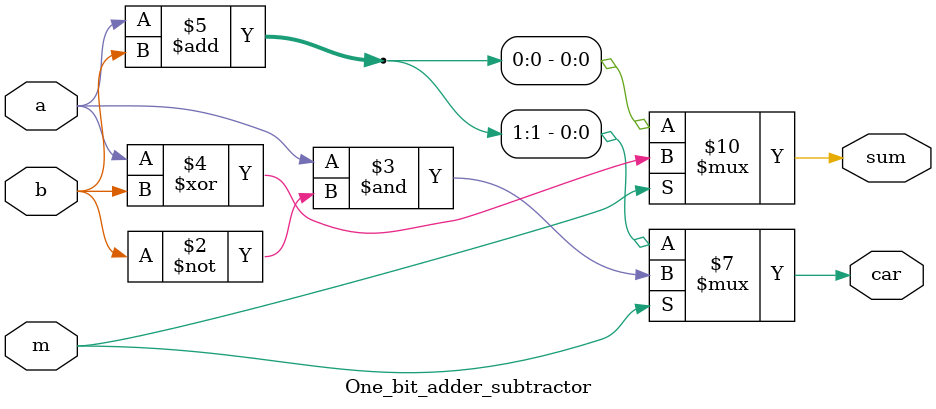
<source format=v>
module One_bit_adder_subtractor(a, b, m, sum, car);
input a,b,m;
output sum, car;
reg sum, car;

always @ (a,b,m) begin 

if (m) begin 
 car = a &~b;
 sum = a ^ b;
end
else begin 
{car, sum}=a+b;
end 
end
endmodule 

</source>
